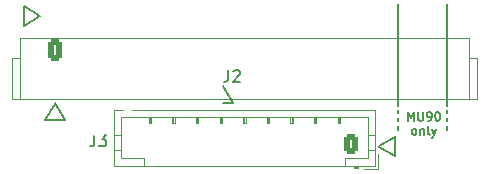
<source format=gbr>
%TF.GenerationSoftware,KiCad,Pcbnew,(6.0.1)*%
%TF.CreationDate,2022-07-04T15:46:30-07:00*%
%TF.ProjectId,mu100-dit-connector-board,6d753130-302d-4646-9974-2d636f6e6e65,rev?*%
%TF.SameCoordinates,Original*%
%TF.FileFunction,Legend,Top*%
%TF.FilePolarity,Positive*%
%FSLAX46Y46*%
G04 Gerber Fmt 4.6, Leading zero omitted, Abs format (unit mm)*
G04 Created by KiCad (PCBNEW (6.0.1)) date 2022-07-04 15:46:30*
%MOMM*%
%LPD*%
G01*
G04 APERTURE LIST*
G04 Aperture macros list*
%AMRoundRect*
0 Rectangle with rounded corners*
0 $1 Rounding radius*
0 $2 $3 $4 $5 $6 $7 $8 $9 X,Y pos of 4 corners*
0 Add a 4 corners polygon primitive as box body*
4,1,4,$2,$3,$4,$5,$6,$7,$8,$9,$2,$3,0*
0 Add four circle primitives for the rounded corners*
1,1,$1+$1,$2,$3*
1,1,$1+$1,$4,$5*
1,1,$1+$1,$6,$7*
1,1,$1+$1,$8,$9*
0 Add four rect primitives between the rounded corners*
20,1,$1+$1,$2,$3,$4,$5,0*
20,1,$1+$1,$4,$5,$6,$7,0*
20,1,$1+$1,$6,$7,$8,$9,0*
20,1,$1+$1,$8,$9,$2,$3,0*%
G04 Aperture macros list end*
%ADD10C,0.150000*%
%ADD11C,0.120000*%
%ADD12RoundRect,0.250000X0.350000X0.625000X-0.350000X0.625000X-0.350000X-0.625000X0.350000X-0.625000X0*%
%ADD13O,1.200000X1.750000*%
%ADD14O,1.200000X1.800000*%
%ADD15RoundRect,0.250000X-0.350000X-0.650000X0.350000X-0.650000X0.350000X0.650000X-0.350000X0.650000X0*%
%ADD16O,1.350000X1.350000*%
%ADD17R,1.350000X1.350000*%
%ADD18C,0.800000*%
G04 APERTURE END LIST*
D10*
X63020000Y-57085000D02*
X63020000Y-57915000D01*
X63020000Y-57930000D02*
X63020000Y-58760000D01*
X63030000Y-58750000D02*
X64430000Y-57930000D01*
X64400000Y-57900000D02*
X63020000Y-57085000D01*
X64835000Y-66740000D02*
X65665000Y-66740000D01*
X65680000Y-66740000D02*
X66510000Y-66740000D01*
X66500000Y-66730000D02*
X65680000Y-65330000D01*
X65650000Y-65360000D02*
X64835000Y-66740000D01*
X98898800Y-67257000D02*
X98898800Y-67557000D01*
X98898800Y-66557000D02*
X98898800Y-66857000D01*
X98898800Y-65857000D02*
X98898800Y-66157000D01*
X94698800Y-67257000D02*
X94698800Y-67557000D01*
X94698800Y-66557000D02*
X94698800Y-66857000D01*
X94698800Y-65857000D02*
X94698800Y-66157000D01*
X94698800Y-56957000D02*
X94698800Y-65557000D01*
X94486800Y-69806000D02*
X94486800Y-68976000D01*
X94476800Y-68141000D02*
X93076800Y-68961000D01*
X94486800Y-68961000D02*
X94486800Y-68131000D01*
X98898800Y-56957000D02*
X98898800Y-65557000D01*
X79920000Y-65300000D02*
X80750000Y-65300000D01*
X80740000Y-65290000D02*
X79920000Y-63890000D01*
X93106800Y-68991000D02*
X94486800Y-69806000D01*
X95541657Y-66792535D02*
X95541657Y-66042535D01*
X95791657Y-66578250D01*
X96041657Y-66042535D01*
X96041657Y-66792535D01*
X96398800Y-66042535D02*
X96398800Y-66649678D01*
X96434514Y-66721107D01*
X96470228Y-66756821D01*
X96541657Y-66792535D01*
X96684514Y-66792535D01*
X96755942Y-66756821D01*
X96791657Y-66721107D01*
X96827371Y-66649678D01*
X96827371Y-66042535D01*
X97220228Y-66792535D02*
X97363085Y-66792535D01*
X97434514Y-66756821D01*
X97470228Y-66721107D01*
X97541657Y-66613964D01*
X97577371Y-66471107D01*
X97577371Y-66185392D01*
X97541657Y-66113964D01*
X97505942Y-66078250D01*
X97434514Y-66042535D01*
X97291657Y-66042535D01*
X97220228Y-66078250D01*
X97184514Y-66113964D01*
X97148800Y-66185392D01*
X97148800Y-66363964D01*
X97184514Y-66435392D01*
X97220228Y-66471107D01*
X97291657Y-66506821D01*
X97434514Y-66506821D01*
X97505942Y-66471107D01*
X97541657Y-66435392D01*
X97577371Y-66363964D01*
X98041657Y-66042535D02*
X98113085Y-66042535D01*
X98184514Y-66078250D01*
X98220228Y-66113964D01*
X98255942Y-66185392D01*
X98291657Y-66328250D01*
X98291657Y-66506821D01*
X98255942Y-66649678D01*
X98220228Y-66721107D01*
X98184514Y-66756821D01*
X98113085Y-66792535D01*
X98041657Y-66792535D01*
X97970228Y-66756821D01*
X97934514Y-66721107D01*
X97898800Y-66649678D01*
X97863085Y-66506821D01*
X97863085Y-66328250D01*
X97898800Y-66185392D01*
X97934514Y-66113964D01*
X97970228Y-66078250D01*
X98041657Y-66042535D01*
X96023800Y-68000035D02*
X95952371Y-67964321D01*
X95916657Y-67928607D01*
X95880942Y-67857178D01*
X95880942Y-67642892D01*
X95916657Y-67571464D01*
X95952371Y-67535750D01*
X96023800Y-67500035D01*
X96130942Y-67500035D01*
X96202371Y-67535750D01*
X96238085Y-67571464D01*
X96273800Y-67642892D01*
X96273800Y-67857178D01*
X96238085Y-67928607D01*
X96202371Y-67964321D01*
X96130942Y-68000035D01*
X96023800Y-68000035D01*
X96595228Y-67500035D02*
X96595228Y-68000035D01*
X96595228Y-67571464D02*
X96630942Y-67535750D01*
X96702371Y-67500035D01*
X96809514Y-67500035D01*
X96880942Y-67535750D01*
X96916657Y-67607178D01*
X96916657Y-68000035D01*
X97380942Y-68000035D02*
X97309514Y-67964321D01*
X97273800Y-67892892D01*
X97273800Y-67250035D01*
X97595228Y-67500035D02*
X97773800Y-68000035D01*
X97952371Y-67500035D02*
X97773800Y-68000035D01*
X97702371Y-68178607D01*
X97666657Y-68214321D01*
X97595228Y-68250035D01*
%TO.C,J3*%
X69008666Y-67972380D02*
X69008666Y-68686666D01*
X68961047Y-68829523D01*
X68865809Y-68924761D01*
X68722952Y-68972380D01*
X68627714Y-68972380D01*
X69389619Y-67972380D02*
X70008666Y-67972380D01*
X69675333Y-68353333D01*
X69818190Y-68353333D01*
X69913428Y-68400952D01*
X69961047Y-68448571D01*
X70008666Y-68543809D01*
X70008666Y-68781904D01*
X69961047Y-68877142D01*
X69913428Y-68924761D01*
X69818190Y-68972380D01*
X69532476Y-68972380D01*
X69437238Y-68924761D01*
X69389619Y-68877142D01*
%TO.C,J2*%
X80336666Y-62522380D02*
X80336666Y-63236666D01*
X80289047Y-63379523D01*
X80193809Y-63474761D01*
X80050952Y-63522380D01*
X79955714Y-63522380D01*
X80765238Y-62617619D02*
X80812857Y-62570000D01*
X80908095Y-62522380D01*
X81146190Y-62522380D01*
X81241428Y-62570000D01*
X81289047Y-62617619D01*
X81336666Y-62712857D01*
X81336666Y-62808095D01*
X81289047Y-62950952D01*
X80717619Y-63522380D01*
X81336666Y-63522380D01*
D11*
%TO.C,J3*%
X87800000Y-66990000D02*
X87600000Y-66990000D01*
X83700000Y-66490000D02*
X83700000Y-66990000D01*
X92150000Y-66490000D02*
X71250000Y-66490000D01*
X77800000Y-66990000D02*
X77600000Y-66990000D01*
X89800000Y-66990000D02*
X89600000Y-66990000D01*
X85800000Y-66990000D02*
X85600000Y-66990000D01*
X75600000Y-66990000D02*
X75600000Y-66490000D01*
X93060000Y-70900000D02*
X93060000Y-69650000D01*
X73800000Y-66990000D02*
X73600000Y-66990000D01*
X77700000Y-66490000D02*
X77700000Y-66990000D01*
X90200000Y-70600000D02*
X90200000Y-69990000D01*
X92760000Y-65880000D02*
X70640000Y-65880000D01*
X71250000Y-69990000D02*
X73200000Y-69990000D01*
X89700000Y-66490000D02*
X89700000Y-66990000D01*
X91810000Y-70900000D02*
X93060000Y-70900000D01*
X91000000Y-70600000D02*
X91000000Y-70800000D01*
X85800000Y-66490000D02*
X85800000Y-66990000D01*
X75800000Y-66990000D02*
X75600000Y-66990000D01*
X87600000Y-66990000D02*
X87600000Y-66490000D01*
X89800000Y-66490000D02*
X89800000Y-66990000D01*
X73200000Y-69990000D02*
X73200000Y-70600000D01*
X79600000Y-66990000D02*
X79600000Y-66490000D01*
X81800000Y-66490000D02*
X81800000Y-66990000D01*
X92760000Y-70600000D02*
X92760000Y-65880000D01*
X83600000Y-66990000D02*
X83600000Y-66490000D01*
X77800000Y-66490000D02*
X77800000Y-66990000D01*
X79700000Y-66490000D02*
X79700000Y-66990000D01*
X90200000Y-69990000D02*
X92150000Y-69990000D01*
X70640000Y-69290000D02*
X71250000Y-69290000D01*
X91000000Y-70800000D02*
X91300000Y-70800000D01*
X73600000Y-66990000D02*
X73600000Y-66490000D01*
X83800000Y-66990000D02*
X83600000Y-66990000D01*
X70640000Y-67990000D02*
X71250000Y-67990000D01*
X79800000Y-66490000D02*
X79800000Y-66990000D01*
X87700000Y-66490000D02*
X87700000Y-66990000D01*
X89600000Y-66990000D02*
X89600000Y-66490000D01*
X91000000Y-70700000D02*
X91300000Y-70700000D01*
X71250000Y-66490000D02*
X71250000Y-69990000D01*
X92760000Y-69290000D02*
X92150000Y-69290000D01*
X77600000Y-66990000D02*
X77600000Y-66490000D01*
X83800000Y-66490000D02*
X83800000Y-66990000D01*
X70640000Y-70600000D02*
X92760000Y-70600000D01*
X92150000Y-69990000D02*
X92150000Y-66490000D01*
X75700000Y-66490000D02*
X75700000Y-66990000D01*
X91300000Y-70800000D02*
X91300000Y-70600000D01*
X73700000Y-66490000D02*
X73700000Y-66990000D01*
X79800000Y-66990000D02*
X79600000Y-66990000D01*
X85700000Y-66490000D02*
X85700000Y-66990000D01*
X87800000Y-66490000D02*
X87800000Y-66990000D01*
X81800000Y-66990000D02*
X81600000Y-66990000D01*
X81700000Y-66490000D02*
X81700000Y-66990000D01*
X92760000Y-67990000D02*
X92150000Y-67990000D01*
X75800000Y-66490000D02*
X75800000Y-66990000D01*
X73800000Y-66490000D02*
X73800000Y-66990000D01*
X70640000Y-65880000D02*
X70640000Y-70600000D01*
X81600000Y-66990000D02*
X81600000Y-66490000D01*
X85600000Y-66990000D02*
X85600000Y-66490000D01*
%TO.C,J2*%
X62710000Y-64980000D02*
X100710000Y-64980000D01*
X100710000Y-64980000D02*
X100710000Y-59780000D01*
X100710000Y-59780000D02*
X62710000Y-59780000D01*
X62710000Y-59780000D02*
X62710000Y-64980000D01*
X62060000Y-61480000D02*
X62710000Y-61480000D01*
X62710000Y-64980000D02*
X62060000Y-64980000D01*
X101360000Y-64980000D02*
X101360000Y-61480000D01*
X62060000Y-64980000D02*
X62060000Y-61480000D01*
X101360000Y-64980000D02*
X100710000Y-64980000D01*
X101360000Y-61480000D02*
X100710000Y-61480000D01*
%TD*%
%LPC*%
D12*
%TO.C,J3*%
X90700000Y-68790000D03*
D13*
X88700000Y-68790000D03*
X86700000Y-68790000D03*
X84700000Y-68790000D03*
X82700000Y-68790000D03*
X80700000Y-68790000D03*
X78700000Y-68790000D03*
X76700000Y-68790000D03*
X74700000Y-68790000D03*
X72700000Y-68790000D03*
%TD*%
D14*
%TO.C,J2*%
X97710000Y-60830000D03*
X95710000Y-60830000D03*
X93710000Y-60830000D03*
X91710000Y-60830000D03*
X89710000Y-60830000D03*
X87710000Y-60830000D03*
X85710000Y-60830000D03*
X83710000Y-60830000D03*
X81710000Y-60830000D03*
X79710000Y-60830000D03*
X77710000Y-60830000D03*
X75710000Y-60830000D03*
X73710000Y-60830000D03*
X71710000Y-60830000D03*
X69710000Y-60830000D03*
X67710000Y-60830000D03*
D15*
X65710000Y-60830000D03*
%TD*%
D16*
%TO.C,J1*%
X97710000Y-57970000D03*
X95710000Y-57970000D03*
X93710000Y-57970000D03*
X91710000Y-57970000D03*
X89710000Y-57970000D03*
X87710000Y-57970000D03*
X85710000Y-57970000D03*
X83710000Y-57970000D03*
X81710000Y-57970000D03*
X79710000Y-57970000D03*
X77710000Y-57970000D03*
X75710000Y-57970000D03*
X73710000Y-57970000D03*
X71710000Y-57970000D03*
X69710000Y-57970000D03*
X67710000Y-57970000D03*
D17*
X65710000Y-57970000D03*
%TD*%
D18*
X69400000Y-68040000D03*
X71270000Y-63010000D03*
X71760000Y-64370000D03*
X71820000Y-66050000D03*
X70190000Y-70070000D03*
X75539600Y-62738000D03*
X82778600Y-63195200D03*
M02*

</source>
